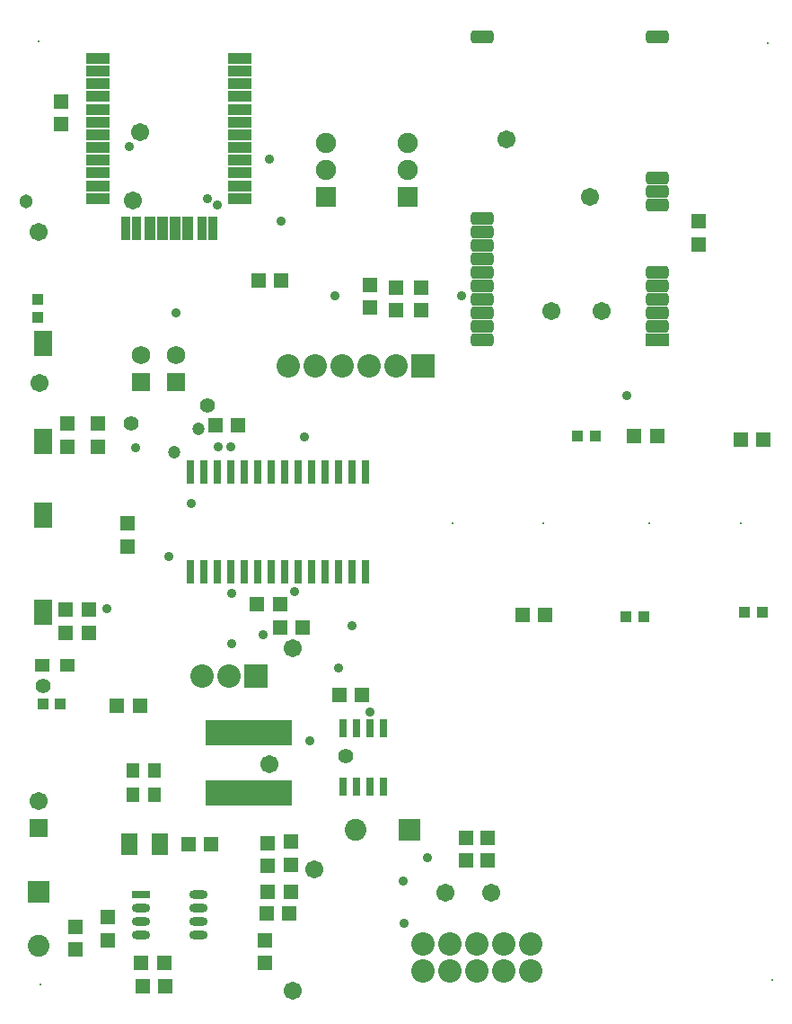
<source format=gts>
%FSLAX25Y25*%
%MOIN*%
G70*
G01*
G75*
G04 Layer_Color=8388736*
%ADD10R,0.04921X0.04921*%
%ADD11R,0.03150X0.03150*%
%ADD12R,0.31496X0.08661*%
%ADD13R,0.06299X0.08583*%
%ADD14R,0.02362X0.07874*%
%ADD15R,0.04921X0.04921*%
%ADD16R,0.02362X0.05906*%
%ADD17R,0.04921X0.04331*%
%ADD18R,0.03150X0.03150*%
%ADD19R,0.07874X0.03937*%
G04:AMPARAMS|DCode=20|XSize=78.74mil|YSize=39.37mil|CornerRadius=9.84mil|HoleSize=0mil|Usage=FLASHONLY|Rotation=0.000|XOffset=0mil|YOffset=0mil|HoleType=Round|Shape=RoundedRectangle|*
%AMROUNDEDRECTD20*
21,1,0.07874,0.01969,0,0,0.0*
21,1,0.05906,0.03937,0,0,0.0*
1,1,0.01969,0.02953,-0.00984*
1,1,0.01969,-0.02953,-0.00984*
1,1,0.01969,-0.02953,0.00984*
1,1,0.01969,0.02953,0.00984*
%
%ADD20ROUNDEDRECTD20*%
%ADD21R,0.07874X0.03543*%
%ADD22R,0.02756X0.07874*%
%ADD23R,0.03150X0.07874*%
%ADD24R,0.05276X0.07087*%
%ADD25R,0.03937X0.04921*%
%ADD26R,0.06102X0.02362*%
%ADD27O,0.06102X0.02362*%
%ADD28C,0.03937*%
%ADD29C,0.01575*%
%ADD30C,0.01000*%
%ADD31C,0.05906*%
%ADD32C,0.02362*%
%ADD33C,0.03150*%
%ADD34C,0.02756*%
%ADD35C,0.06000*%
%ADD36R,0.06000X0.06000*%
%ADD37R,0.07284X0.07284*%
%ADD38C,0.07284*%
%ADD39R,0.07284X0.07284*%
%ADD40C,0.07874*%
%ADD41C,0.06693*%
%ADD42R,0.06693X0.06693*%
%ADD43R,0.07874X0.07874*%
%ADD44C,0.05906*%
%ADD45R,0.05906X0.05906*%
%ADD46C,0.04724*%
%ADD47C,0.02756*%
%ADD48C,0.03937*%
%ADD49C,0.04331*%
%ADD50C,0.00984*%
%ADD51C,0.00787*%
%ADD52C,0.01008*%
%ADD53C,0.00591*%
%ADD54R,0.05721X0.05721*%
%ADD55R,0.03950X0.03950*%
%ADD56R,0.32296X0.09461*%
%ADD57R,0.07099X0.09383*%
%ADD58R,0.03162X0.08674*%
%ADD59R,0.05721X0.05721*%
%ADD60R,0.03162X0.06706*%
%ADD61R,0.05721X0.05131*%
%ADD62R,0.03950X0.03950*%
%ADD63R,0.08674X0.04737*%
G04:AMPARAMS|DCode=64|XSize=86.74mil|YSize=47.37mil|CornerRadius=13.84mil|HoleSize=0mil|Usage=FLASHONLY|Rotation=0.000|XOffset=0mil|YOffset=0mil|HoleType=Round|Shape=RoundedRectangle|*
%AMROUNDEDRECTD64*
21,1,0.08674,0.01969,0,0,0.0*
21,1,0.05906,0.04737,0,0,0.0*
1,1,0.02769,0.02953,-0.00984*
1,1,0.02769,-0.02953,-0.00984*
1,1,0.02769,-0.02953,0.00984*
1,1,0.02769,0.02953,0.00984*
%
%ADD64ROUNDEDRECTD64*%
%ADD65R,0.08674X0.04343*%
%ADD66R,0.03556X0.08674*%
%ADD67R,0.03950X0.08674*%
%ADD68R,0.06076X0.07887*%
%ADD69R,0.04737X0.05721*%
%ADD70R,0.06902X0.03162*%
%ADD71O,0.06902X0.03162*%
%ADD72C,0.06800*%
%ADD73R,0.06800X0.06800*%
%ADD74C,0.00800*%
%ADD75R,0.08083X0.08083*%
%ADD76C,0.08083*%
%ADD77R,0.08083X0.08083*%
%ADD78C,0.08674*%
%ADD79C,0.07493*%
%ADD80R,0.07493X0.07493*%
%ADD81R,0.00800X0.00800*%
%ADD82R,0.08674X0.08674*%
%ADD83C,0.06706*%
%ADD84R,0.06706X0.06706*%
%ADD85C,0.05524*%
%ADD86C,0.03556*%
%ADD87C,0.04737*%
%ADD88C,0.05131*%
D54*
X268929Y210106D02*
D03*
X277394D02*
D03*
X237858Y211606D02*
D03*
X229394D02*
D03*
X187929Y145106D02*
D03*
X196394D02*
D03*
X98358Y269106D02*
D03*
X89894D02*
D03*
X37429Y111606D02*
D03*
X45894D02*
D03*
X72358Y60106D02*
D03*
X63894D02*
D03*
X128358Y115606D02*
D03*
X119894D02*
D03*
X73929Y215606D02*
D03*
X82394D02*
D03*
X106358Y140606D02*
D03*
X97894D02*
D03*
X89429Y149106D02*
D03*
X97894D02*
D03*
X101894Y42606D02*
D03*
X93429D02*
D03*
X92965Y34606D02*
D03*
X101429D02*
D03*
X46429Y16106D02*
D03*
X54894D02*
D03*
X55358Y7606D02*
D03*
X46894D02*
D03*
D55*
X270394Y146106D02*
D03*
X276890D02*
D03*
X208394Y211606D02*
D03*
X214890D02*
D03*
X232894Y144606D02*
D03*
X226398D02*
D03*
X16394Y112106D02*
D03*
X9898D02*
D03*
D56*
X86394Y101547D02*
D03*
Y79106D02*
D03*
D57*
X9894Y146106D02*
D03*
Y182327D02*
D03*
Y209606D02*
D03*
Y245827D02*
D03*
D58*
X129713Y161248D02*
D03*
X124713D02*
D03*
X119713D02*
D03*
X114713D02*
D03*
X109713D02*
D03*
X104713D02*
D03*
X99713D02*
D03*
X94713D02*
D03*
X89713D02*
D03*
X84713D02*
D03*
X79713D02*
D03*
X74713D02*
D03*
X69713D02*
D03*
X64713D02*
D03*
Y198256D02*
D03*
X69713D02*
D03*
X74713D02*
D03*
X79713D02*
D03*
X84713D02*
D03*
X89713D02*
D03*
X94713D02*
D03*
X99713D02*
D03*
X104713D02*
D03*
X109713D02*
D03*
X114713D02*
D03*
X119713D02*
D03*
X124713D02*
D03*
X129713D02*
D03*
D59*
X41394Y170642D02*
D03*
Y179106D02*
D03*
X140894Y258142D02*
D03*
Y266606D02*
D03*
X150394Y258142D02*
D03*
Y266606D02*
D03*
X131394Y267571D02*
D03*
Y259106D02*
D03*
X26894Y147071D02*
D03*
Y138606D02*
D03*
X18394Y147071D02*
D03*
Y138606D02*
D03*
X30394Y207642D02*
D03*
Y216106D02*
D03*
X18894Y207642D02*
D03*
Y216106D02*
D03*
X174894Y62571D02*
D03*
Y54106D02*
D03*
X166894Y62571D02*
D03*
Y54106D02*
D03*
X16535Y335630D02*
D03*
Y327165D02*
D03*
X21894Y21142D02*
D03*
Y29606D02*
D03*
X93429Y52142D02*
D03*
Y60606D02*
D03*
X101929Y52642D02*
D03*
Y61106D02*
D03*
X92394Y16142D02*
D03*
Y24606D02*
D03*
X33894Y24642D02*
D03*
Y33106D02*
D03*
X253394Y282642D02*
D03*
Y291106D02*
D03*
D60*
X136394Y103106D02*
D03*
X131394D02*
D03*
X126394D02*
D03*
X121394D02*
D03*
X136394Y81650D02*
D03*
X131394D02*
D03*
X126394D02*
D03*
X121394D02*
D03*
D61*
X9642Y126606D02*
D03*
X18894D02*
D03*
D62*
X7894Y262106D02*
D03*
Y255610D02*
D03*
D63*
X237827Y247106D02*
D03*
D64*
X172827Y292106D02*
D03*
Y282106D02*
D03*
Y267106D02*
D03*
Y252106D02*
D03*
Y287106D02*
D03*
Y277106D02*
D03*
Y272106D02*
D03*
Y262106D02*
D03*
Y257106D02*
D03*
Y247106D02*
D03*
X237827Y267106D02*
D03*
Y272106D02*
D03*
Y262106D02*
D03*
Y257106D02*
D03*
Y252106D02*
D03*
Y307106D02*
D03*
Y302106D02*
D03*
Y297106D02*
D03*
Y359606D02*
D03*
X172827D02*
D03*
D65*
X30315Y299606D02*
D03*
Y351575D02*
D03*
Y346850D02*
D03*
Y342126D02*
D03*
Y337402D02*
D03*
Y332677D02*
D03*
Y327953D02*
D03*
Y323228D02*
D03*
Y318504D02*
D03*
Y313779D02*
D03*
Y309055D02*
D03*
Y304331D02*
D03*
X83071D02*
D03*
Y309055D02*
D03*
Y313779D02*
D03*
Y318504D02*
D03*
Y323228D02*
D03*
Y327953D02*
D03*
Y332677D02*
D03*
Y337402D02*
D03*
Y342126D02*
D03*
Y346850D02*
D03*
Y351575D02*
D03*
Y299606D02*
D03*
D66*
X72835Y288583D02*
D03*
X40551D02*
D03*
X44488D02*
D03*
X68898D02*
D03*
D67*
X49606D02*
D03*
X54331D02*
D03*
X59055D02*
D03*
X63779D02*
D03*
D68*
X53394Y60106D02*
D03*
X42134D02*
D03*
D69*
X51268Y78606D02*
D03*
X43394D02*
D03*
X51268Y87606D02*
D03*
X43394D02*
D03*
D70*
X46394Y41606D02*
D03*
D71*
Y36606D02*
D03*
Y31606D02*
D03*
Y26606D02*
D03*
X67654Y41606D02*
D03*
Y36606D02*
D03*
Y31606D02*
D03*
Y26606D02*
D03*
D72*
X59449Y241496D02*
D03*
X46457D02*
D03*
D73*
X59449Y231496D02*
D03*
X46457D02*
D03*
D74*
X9055Y8268D02*
D03*
X280709Y9843D02*
D03*
X279134Y357087D02*
D03*
X8268Y357874D02*
D03*
X268898Y179134D02*
D03*
X161811D02*
D03*
D75*
X8394Y42606D02*
D03*
D76*
Y22606D02*
D03*
X125894Y65606D02*
D03*
D77*
X145894D02*
D03*
D78*
X190894Y13106D02*
D03*
X180894D02*
D03*
X170894D02*
D03*
X160894D02*
D03*
X150894D02*
D03*
Y23106D02*
D03*
X160894D02*
D03*
X170894D02*
D03*
X180894D02*
D03*
X190894D02*
D03*
X78894Y122606D02*
D03*
X68894D02*
D03*
X100894Y237606D02*
D03*
X110894D02*
D03*
X120894D02*
D03*
X130894D02*
D03*
X140894D02*
D03*
D79*
X114894Y320106D02*
D03*
Y310106D02*
D03*
X145394Y320106D02*
D03*
Y310106D02*
D03*
D80*
X114894Y300106D02*
D03*
X145394D02*
D03*
D81*
X235039Y179134D02*
D03*
X195669D02*
D03*
D82*
X88894Y122606D02*
D03*
X150894Y237606D02*
D03*
D83*
X8394Y76106D02*
D03*
X8787Y231201D02*
D03*
X43307Y298819D02*
D03*
X176378Y42126D02*
D03*
X159449D02*
D03*
X102488Y132776D02*
D03*
X198721Y257980D02*
D03*
X181890Y321654D02*
D03*
X102756Y5906D02*
D03*
X110630Y50787D02*
D03*
X93827Y89862D02*
D03*
X217449Y257972D02*
D03*
X212894Y300106D02*
D03*
X8394Y287106D02*
D03*
X45894Y324106D02*
D03*
D84*
X8394Y66106D02*
D03*
D85*
X9843Y118898D02*
D03*
X42520Y216142D02*
D03*
X70866Y222835D02*
D03*
X122441Y92913D02*
D03*
D86*
X119685Y125591D02*
D03*
X124594Y141071D02*
D03*
X131287Y109181D02*
D03*
X103150Y153937D02*
D03*
X79921Y134646D02*
D03*
X91524Y137921D02*
D03*
X80106Y153276D02*
D03*
X108846Y98551D02*
D03*
X152547Y55244D02*
D03*
X143492Y46583D02*
D03*
X143886Y30835D02*
D03*
X59449Y257087D02*
D03*
X41972Y318685D02*
D03*
X226563Y226504D02*
D03*
X106878Y211150D02*
D03*
X165146Y263512D02*
D03*
X118295D02*
D03*
X33791Y147630D02*
D03*
X56626Y166921D02*
D03*
X98394Y291106D02*
D03*
X93894Y314106D02*
D03*
X44394Y207106D02*
D03*
X64894Y186606D02*
D03*
X74803Y297244D02*
D03*
X70866Y299606D02*
D03*
X79713Y207606D02*
D03*
X74894D02*
D03*
D87*
X67716Y214173D02*
D03*
X58661Y205512D02*
D03*
D88*
X3543Y298425D02*
D03*
M02*

</source>
